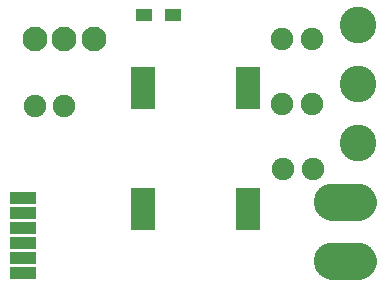
<source format=gbr>
%FSLAX34Y34*%
%MOMM*%
%LNSOLDERMASK_BOTTOM*%
G71*
G01*
%ADD10C, 3.100*%
%ADD11R, 2.100X3.600*%
%ADD12C, 1.900*%
%ADD13C, 3.100*%
%ADD14C, 2.100*%
%ADD15R, 2.300X1.100*%
%ADD16R, 1.350X1.000*%
%LPD*%
X300000Y-20000D02*
G54D10*
D03*
X300000Y-70000D02*
G54D10*
D03*
X300000Y-120000D02*
G54D10*
D03*
X300000Y-170000D02*
G54D10*
D03*
X300000Y-220000D02*
G54D10*
D03*
X277500Y-170000D02*
G54D10*
D03*
X277500Y-220000D02*
G54D10*
D03*
X207000Y-176250D02*
G54D11*
D03*
X118000Y-176250D02*
G54D11*
D03*
X260500Y-32500D02*
G54D12*
D03*
X235500Y-32500D02*
G54D12*
D03*
X260500Y-87500D02*
G54D12*
D03*
X235500Y-87500D02*
G54D12*
D03*
X236423Y-142444D02*
G54D12*
D03*
X261423Y-142444D02*
G54D12*
D03*
X26000Y-88500D02*
G54D12*
D03*
X51000Y-88500D02*
G54D12*
D03*
G54D13*
X277500Y-170000D02*
X300000Y-170000D01*
G54D13*
X277500Y-220000D02*
X300000Y-220000D01*
X207000Y-73750D02*
G54D11*
D03*
X118000Y-73750D02*
G54D11*
D03*
X76000Y-32500D02*
G54D14*
D03*
X51000Y-32500D02*
G54D14*
D03*
X26000Y-32500D02*
G54D14*
D03*
X16000Y-166500D02*
G54D15*
D03*
X16000Y-179200D02*
G54D15*
D03*
X16000Y-191900D02*
G54D15*
D03*
X16000Y-204600D02*
G54D15*
D03*
X16000Y-217300D02*
G54D15*
D03*
X16000Y-230000D02*
G54D15*
D03*
X143451Y-12250D02*
G54D16*
D03*
X118751Y-12250D02*
G54D16*
D03*
M02*

</source>
